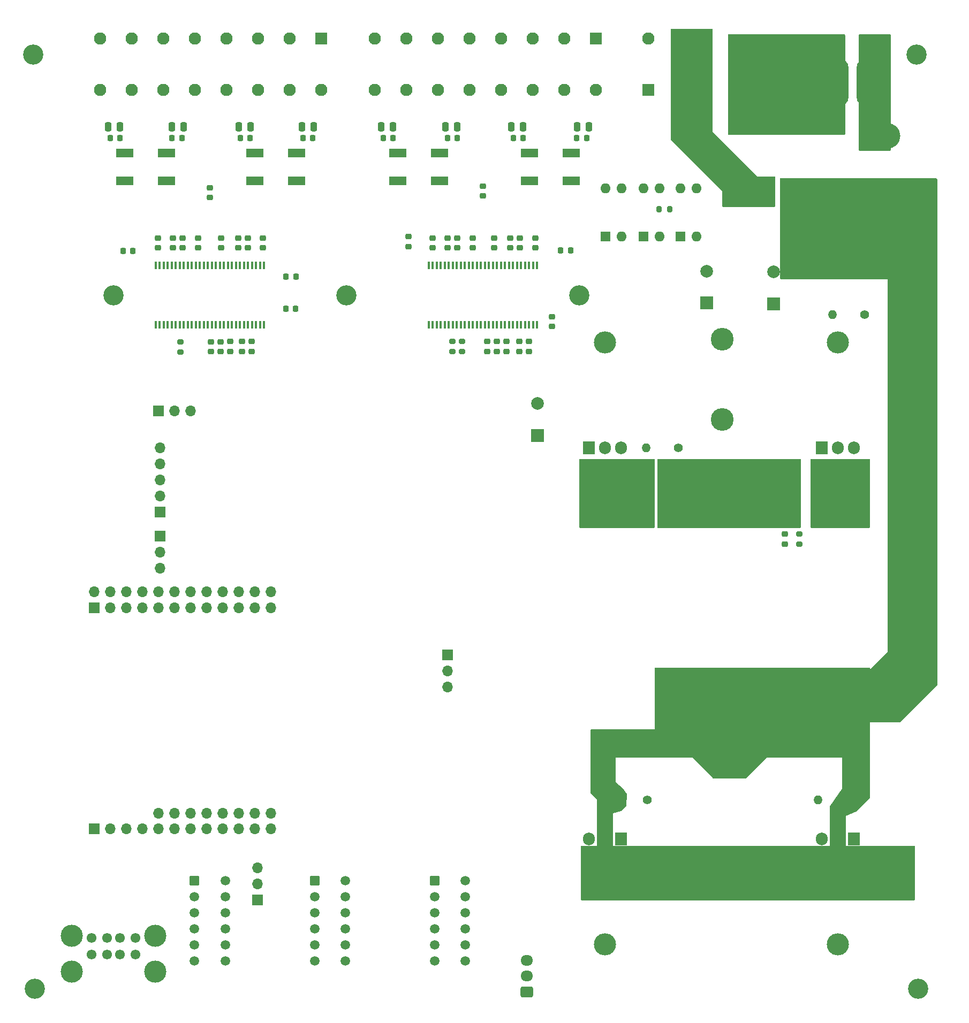
<source format=gbr>
%TF.GenerationSoftware,KiCad,Pcbnew,8.0.0-8.0.0-1~ubuntu22.04.1*%
%TF.CreationDate,2024-03-14T12:01:00+07:00*%
%TF.ProjectId,daw00,64617730-302e-46b6-9963-61645f706362,rev?*%
%TF.SameCoordinates,Original*%
%TF.FileFunction,Soldermask,Bot*%
%TF.FilePolarity,Negative*%
%FSLAX46Y46*%
G04 Gerber Fmt 4.6, Leading zero omitted, Abs format (unit mm)*
G04 Created by KiCad (PCBNEW 8.0.0-8.0.0-1~ubuntu22.04.1) date 2024-03-14 12:01:00*
%MOMM*%
%LPD*%
G01*
G04 APERTURE LIST*
G04 Aperture macros list*
%AMRoundRect*
0 Rectangle with rounded corners*
0 $1 Rounding radius*
0 $2 $3 $4 $5 $6 $7 $8 $9 X,Y pos of 4 corners*
0 Add a 4 corners polygon primitive as box body*
4,1,4,$2,$3,$4,$5,$6,$7,$8,$9,$2,$3,0*
0 Add four circle primitives for the rounded corners*
1,1,$1+$1,$2,$3*
1,1,$1+$1,$4,$5*
1,1,$1+$1,$6,$7*
1,1,$1+$1,$8,$9*
0 Add four rect primitives between the rounded corners*
20,1,$1+$1,$2,$3,$4,$5,0*
20,1,$1+$1,$4,$5,$6,$7,0*
20,1,$1+$1,$6,$7,$8,$9,0*
20,1,$1+$1,$8,$9,$2,$3,0*%
G04 Aperture macros list end*
%ADD10O,3.800000X8.000000*%
%ADD11RoundRect,0.102000X-0.654000X0.654000X-0.654000X-0.654000X0.654000X-0.654000X0.654000X0.654000X0*%
%ADD12C,1.512000*%
%ADD13C,3.200000*%
%ADD14R,1.600000X1.600000*%
%ADD15O,1.600000X1.600000*%
%ADD16C,3.600000*%
%ADD17C,2.500000*%
%ADD18C,1.400000*%
%ADD19O,1.400000X1.400000*%
%ADD20C,1.950000*%
%ADD21R,1.950000X1.950000*%
%ADD22R,2.000000X2.000000*%
%ADD23C,2.000000*%
%ADD24R,1.700000X1.700000*%
%ADD25O,1.700000X1.700000*%
%ADD26C,4.000000*%
%ADD27C,1.550000*%
%ADD28C,3.500000*%
%ADD29R,2.400000X2.400000*%
%ADD30C,2.400000*%
%ADD31R,3.000000X3.000000*%
%ADD32C,3.000000*%
%ADD33RoundRect,0.250000X0.725000X-0.600000X0.725000X0.600000X-0.725000X0.600000X-0.725000X-0.600000X0*%
%ADD34O,1.950000X1.700000*%
%ADD35R,2.800000X1.400000*%
%ADD36RoundRect,0.225000X-0.250000X0.225000X-0.250000X-0.225000X0.250000X-0.225000X0.250000X0.225000X0*%
%ADD37RoundRect,0.225000X-0.225000X-0.250000X0.225000X-0.250000X0.225000X0.250000X-0.225000X0.250000X0*%
%ADD38RoundRect,0.225000X0.225000X0.250000X-0.225000X0.250000X-0.225000X-0.250000X0.225000X-0.250000X0*%
%ADD39RoundRect,0.200000X-0.200000X-0.275000X0.200000X-0.275000X0.200000X0.275000X-0.200000X0.275000X0*%
%ADD40RoundRect,0.250000X0.250000X0.475000X-0.250000X0.475000X-0.250000X-0.475000X0.250000X-0.475000X0*%
%ADD41RoundRect,0.250000X-0.250000X-0.475000X0.250000X-0.475000X0.250000X0.475000X-0.250000X0.475000X0*%
%ADD42R,0.400000X1.200000*%
%ADD43RoundRect,0.200000X0.275000X-0.200000X0.275000X0.200000X-0.275000X0.200000X-0.275000X-0.200000X0*%
%ADD44RoundRect,0.225000X0.250000X-0.225000X0.250000X0.225000X-0.250000X0.225000X-0.250000X-0.225000X0*%
%ADD45O,3.500000X3.500000*%
%ADD46R,1.905000X2.000000*%
%ADD47O,1.905000X2.000000*%
%ADD48RoundRect,0.200000X-0.275000X0.200000X-0.275000X-0.200000X0.275000X-0.200000X0.275000X0.200000X0*%
G04 APERTURE END LIST*
D10*
%TO.C,F1*%
X132160000Y-9525000D03*
X137160000Y-9525000D03*
%TD*%
D11*
%TO.C,J12*%
X30594300Y-135819000D03*
D12*
X35445700Y-135819000D03*
X30594300Y-138359000D03*
X35445700Y-138359000D03*
X30594300Y-140899000D03*
X35445700Y-140899000D03*
X30594300Y-143439000D03*
X35445700Y-143439000D03*
X30594300Y-145979000D03*
X35445700Y-145979000D03*
X30594300Y-148519000D03*
X35445700Y-148519000D03*
%TD*%
D13*
%TO.C,REF\u002A\u002A*%
X144780000Y-5080000D03*
%TD*%
D14*
%TO.C,U16*%
X107424000Y-33899000D03*
D15*
X109964000Y-33899000D03*
X109964000Y-26279000D03*
X107424000Y-26279000D03*
%TD*%
D13*
%TO.C,REF\u002A\u002A*%
X17780000Y-43180000D03*
%TD*%
D16*
%TO.C,L19*%
X114046000Y-62860000D03*
X114046000Y-50160000D03*
%TD*%
D17*
%TO.C,TR1*%
X95161500Y-114081500D03*
X100161500Y-114081500D03*
X105161500Y-114081500D03*
X110161500Y-114081500D03*
X120231500Y-114081500D03*
X125161500Y-114081500D03*
X130161500Y-114081500D03*
X135161500Y-114081500D03*
X130161500Y-78081500D03*
X135161500Y-78081500D03*
X120231500Y-78081500D03*
X125161500Y-78081500D03*
X105161500Y-78081500D03*
X110161500Y-78081500D03*
X95161500Y-78081500D03*
X100161500Y-78081500D03*
X115161500Y-78081500D03*
X115161500Y-114081500D03*
%TD*%
D18*
%TO.C,R40*%
X136551200Y-46228000D03*
D19*
X131471200Y-46228000D03*
%TD*%
D13*
%TO.C,REF\u002A\u002A*%
X54610000Y-43180000D03*
%TD*%
%TO.C,REF\u002A\u002A*%
X5080000Y-5080000D03*
%TD*%
D20*
%TO.C,J6*%
X50640000Y-10740000D03*
D21*
X50640000Y-2540000D03*
D20*
X45640000Y-10740000D03*
X45640000Y-2540000D03*
X40640000Y-10740000D03*
X40640000Y-2540000D03*
X35640000Y-10740000D03*
X35640000Y-2540000D03*
X30640000Y-10740000D03*
X30640000Y-2540000D03*
X25640000Y-10740000D03*
X25640000Y-2540000D03*
X20640000Y-10740000D03*
X20640000Y-2540000D03*
X15640000Y-10740000D03*
X15640000Y-2540000D03*
%TD*%
D22*
%TO.C,C115*%
X122174000Y-44531677D03*
D23*
X122174000Y-39531677D03*
%TD*%
D24*
%TO.C,J13*%
X25146000Y-77526000D03*
D25*
X25146000Y-74986000D03*
X25146000Y-72446000D03*
X25146000Y-69906000D03*
X25146000Y-67366000D03*
%TD*%
D26*
%TO.C,L18*%
X140208000Y-17987000D03*
X140208000Y-28067000D03*
%TD*%
D27*
%TO.C,J2*%
X14280000Y-144939000D03*
X16780000Y-144939000D03*
X18780000Y-144939000D03*
X21280000Y-144939000D03*
X14280000Y-147559000D03*
X16780000Y-147559000D03*
X18780000Y-147559000D03*
X21280000Y-147559000D03*
D28*
X11210000Y-144589000D03*
X11210000Y-150269000D03*
X24350000Y-144589000D03*
X24350000Y-150269000D03*
%TD*%
D14*
%TO.C,U15*%
X101595000Y-33899000D03*
D15*
X104135000Y-33899000D03*
X104135000Y-26279000D03*
X101595000Y-26279000D03*
%TD*%
D13*
%TO.C,REF\u002A\u002A*%
X91440000Y-43180000D03*
%TD*%
D20*
%TO.C,J18*%
X94055000Y-10740000D03*
D21*
X94055000Y-2540000D03*
D20*
X89055000Y-10740000D03*
X89055000Y-2540000D03*
X84055000Y-10740000D03*
X84055000Y-2540000D03*
X79055000Y-10740000D03*
X79055000Y-2540000D03*
X74055000Y-10740000D03*
X74055000Y-2540000D03*
X69055000Y-10740000D03*
X69055000Y-2540000D03*
X64055000Y-10740000D03*
X64055000Y-2540000D03*
X59055000Y-10740000D03*
X59055000Y-2540000D03*
%TD*%
D29*
%TO.C,C107*%
X124852729Y-27940000D03*
D30*
X119852729Y-27940000D03*
%TD*%
D18*
%TO.C,R36*%
X102185000Y-123037600D03*
D19*
X97105000Y-123037600D03*
%TD*%
D18*
%TO.C,R37*%
X134239000Y-123063000D03*
D19*
X129159000Y-123063000D03*
%TD*%
D31*
%TO.C,J22*%
X117010000Y-16310000D03*
D32*
X117010000Y-3810000D03*
X109510000Y-16310000D03*
X109510000Y-3810000D03*
%TD*%
D22*
%TO.C,C114*%
X111587677Y-44404677D03*
D23*
X111587677Y-39404677D03*
%TD*%
D21*
%TO.C,J8*%
X102335000Y-10740000D03*
D20*
X102335000Y-2540000D03*
%TD*%
D24*
%TO.C,U12*%
X14732000Y-92639000D03*
D25*
X14732000Y-90099000D03*
X17272000Y-92639000D03*
X17272000Y-90099000D03*
X19812000Y-92639000D03*
X19812000Y-90099000D03*
X22352000Y-92639000D03*
X22352000Y-90099000D03*
X24892000Y-92639000D03*
X24892000Y-90099000D03*
X27432000Y-92639000D03*
X27432000Y-90099000D03*
X29972000Y-92639000D03*
X29972000Y-90099000D03*
X32512000Y-92639000D03*
X32512000Y-90099000D03*
X35052000Y-92639000D03*
X35052000Y-90099000D03*
X37592000Y-92639000D03*
X37592000Y-90099000D03*
X40132000Y-92639000D03*
X40132000Y-90099000D03*
X42672000Y-92639000D03*
X42672000Y-90099000D03*
D24*
X14732000Y-127618000D03*
D25*
X17272000Y-127618000D03*
X19812000Y-127618000D03*
X22352000Y-127618000D03*
X24892000Y-127618000D03*
X27432000Y-127618000D03*
X29972000Y-127618000D03*
X32512000Y-127618000D03*
X35052000Y-127618000D03*
X37592000Y-127618000D03*
X40132000Y-127618000D03*
X42672000Y-127618000D03*
X24892000Y-125151000D03*
X27432000Y-125151000D03*
X29972000Y-125151000D03*
X32512000Y-125151000D03*
X35052000Y-125151000D03*
X37592000Y-125151000D03*
X40132000Y-125151000D03*
X42672000Y-125151000D03*
%TD*%
D14*
%TO.C,U5*%
X95626000Y-33899000D03*
D15*
X98166000Y-33899000D03*
X98166000Y-26279000D03*
X95626000Y-26279000D03*
%TD*%
D24*
%TO.C,J3*%
X40513000Y-138867000D03*
D25*
X40513000Y-136327000D03*
X40513000Y-133787000D03*
%TD*%
D13*
%TO.C,REF\u002A\u002A*%
X145034000Y-152908000D03*
%TD*%
D11*
%TO.C,J20*%
X68580000Y-135819000D03*
D12*
X73431400Y-135819000D03*
X68580000Y-138359000D03*
X73431400Y-138359000D03*
X68580000Y-140899000D03*
X73431400Y-140899000D03*
X68580000Y-143439000D03*
X73431400Y-143439000D03*
X68580000Y-145979000D03*
X73431400Y-145979000D03*
X68580000Y-148519000D03*
X73431400Y-148519000D03*
%TD*%
D11*
%TO.C,J19*%
X49587150Y-135819000D03*
D12*
X54438550Y-135819000D03*
X49587150Y-138359000D03*
X54438550Y-138359000D03*
X49587150Y-140899000D03*
X54438550Y-140899000D03*
X49587150Y-143439000D03*
X54438550Y-143439000D03*
X49587150Y-145979000D03*
X54438550Y-145979000D03*
X49587150Y-148519000D03*
X54438550Y-148519000D03*
%TD*%
D22*
%TO.C,C113*%
X84836000Y-65359677D03*
D23*
X84836000Y-60359677D03*
%TD*%
D24*
%TO.C,J4*%
X70612000Y-100076000D03*
D25*
X70612000Y-102616000D03*
X70612000Y-105156000D03*
%TD*%
D24*
%TO.C,J21*%
X24892000Y-61468000D03*
D25*
X27432000Y-61468000D03*
X29972000Y-61468000D03*
%TD*%
D24*
%TO.C,J7*%
X25146000Y-81336000D03*
D25*
X25146000Y-83876000D03*
X25146000Y-86416000D03*
%TD*%
D18*
%TO.C,R38*%
X107138000Y-67310000D03*
D19*
X102058000Y-67310000D03*
%TD*%
D29*
%TO.C,C108*%
X142494000Y-38354000D03*
D30*
X137494000Y-38354000D03*
%TD*%
D33*
%TO.C,J15*%
X83139000Y-153416000D03*
D34*
X83139000Y-150916000D03*
X83139000Y-148416000D03*
%TD*%
D13*
%TO.C,REF\u002A\u002A*%
X5334000Y-152908000D03*
%TD*%
D35*
%TO.C,L11*%
X83566000Y-25060000D03*
X83566000Y-20660000D03*
%TD*%
D36*
%TO.C,C11*%
X38100000Y-50533000D03*
X38100000Y-52083000D03*
%TD*%
D37*
%TO.C,C95*%
X81013000Y-18288000D03*
X82563000Y-18288000D03*
%TD*%
D36*
%TO.C,C68*%
X78359000Y-50533000D03*
X78359000Y-52083000D03*
%TD*%
%TO.C,C25*%
X37465000Y-34163000D03*
X37465000Y-35713000D03*
%TD*%
D38*
%TO.C,C72*%
X90043000Y-36068000D03*
X88493000Y-36068000D03*
%TD*%
D39*
%TO.C,R18*%
X104077000Y-29591000D03*
X105727000Y-29591000D03*
%TD*%
D40*
%TO.C,C31*%
X49464000Y-16510000D03*
X47564000Y-16510000D03*
%TD*%
D41*
%TO.C,C36*%
X26990000Y-16510000D03*
X28890000Y-16510000D03*
%TD*%
D42*
%TO.C,U8*%
X84772500Y-47880000D03*
X84137500Y-47880000D03*
X83502500Y-47880000D03*
X82867500Y-47880000D03*
X82232500Y-47880000D03*
X81597500Y-47880000D03*
X80962500Y-47880000D03*
X80327500Y-47880000D03*
X79692500Y-47880000D03*
X79057500Y-47880000D03*
X78422500Y-47880000D03*
X77787500Y-47880000D03*
X77152500Y-47880000D03*
X76517500Y-47880000D03*
X75882500Y-47880000D03*
X75247500Y-47880000D03*
X74612500Y-47880000D03*
X73977500Y-47880000D03*
X73342500Y-47880000D03*
X72707500Y-47880000D03*
X72072500Y-47880000D03*
X71437500Y-47880000D03*
X70802500Y-47880000D03*
X70167500Y-47880000D03*
X69532500Y-47880000D03*
X68897500Y-47880000D03*
X68262500Y-47880000D03*
X67627500Y-47880000D03*
X67627500Y-38480000D03*
X68262500Y-38480000D03*
X68897500Y-38480000D03*
X69532500Y-38480000D03*
X70167500Y-38480000D03*
X70802500Y-38480000D03*
X71437500Y-38480000D03*
X72072500Y-38480000D03*
X72707500Y-38480000D03*
X73342500Y-38480000D03*
X73977500Y-38480000D03*
X74612500Y-38480000D03*
X75247500Y-38480000D03*
X75882500Y-38480000D03*
X76517500Y-38480000D03*
X77152500Y-38480000D03*
X77787500Y-38480000D03*
X78422500Y-38480000D03*
X79057500Y-38480000D03*
X79692500Y-38480000D03*
X80327500Y-38480000D03*
X80962500Y-38480000D03*
X81597500Y-38480000D03*
X82232500Y-38480000D03*
X82867500Y-38480000D03*
X83502500Y-38480000D03*
X84137500Y-38480000D03*
X84772500Y-38480000D03*
%TD*%
D36*
%TO.C,C81*%
X74549000Y-34150000D03*
X74549000Y-35700000D03*
%TD*%
D43*
%TO.C,R4*%
X72898000Y-52120800D03*
X72898000Y-50470800D03*
%TD*%
D44*
%TO.C,C80*%
X77978000Y-35700000D03*
X77978000Y-34150000D03*
%TD*%
D43*
%TO.C,R39*%
X126268000Y-82613000D03*
X126268000Y-80963000D03*
%TD*%
D36*
%TO.C,C65*%
X83439000Y-50533000D03*
X83439000Y-52083000D03*
%TD*%
D40*
%TO.C,C38*%
X18796000Y-16510000D03*
X16896000Y-16510000D03*
%TD*%
D43*
%TO.C,R5*%
X71374000Y-52133000D03*
X71374000Y-50483000D03*
%TD*%
D36*
%TO.C,C29*%
X27178000Y-34150000D03*
X27178000Y-35700000D03*
%TD*%
D45*
%TO.C,VT2*%
X95466500Y-145895500D03*
D46*
X98006500Y-129235500D03*
D47*
X95466500Y-129235500D03*
X92926500Y-129235500D03*
%TD*%
D36*
%TO.C,C66*%
X81915000Y-50533000D03*
X81915000Y-52083000D03*
%TD*%
D35*
%TO.C,L3*%
X40132000Y-25060000D03*
X40132000Y-20660000D03*
%TD*%
D36*
%TO.C,C27*%
X31115000Y-34150000D03*
X31115000Y-35700000D03*
%TD*%
D44*
%TO.C,C22*%
X33020000Y-27748000D03*
X33020000Y-26198000D03*
%TD*%
D38*
%TO.C,C15*%
X46580000Y-45339000D03*
X45030000Y-45339000D03*
%TD*%
D35*
%TO.C,L14*%
X69342000Y-25060000D03*
X69342000Y-20660000D03*
%TD*%
D38*
%TO.C,C100*%
X61976000Y-18288000D03*
X60426000Y-18288000D03*
%TD*%
D36*
%TO.C,C112*%
X123982000Y-81013000D03*
X123982000Y-82563000D03*
%TD*%
D45*
%TO.C,VT3*%
X132296500Y-145895500D03*
D46*
X134836500Y-129235500D03*
D47*
X132296500Y-129235500D03*
X129756500Y-129235500D03*
%TD*%
D44*
%TO.C,C76*%
X76200000Y-27458000D03*
X76200000Y-25908000D03*
%TD*%
%TO.C,C26*%
X34798000Y-35700000D03*
X34798000Y-34150000D03*
%TD*%
D36*
%TO.C,C83*%
X70612000Y-34163000D03*
X70612000Y-35713000D03*
%TD*%
D37*
%TO.C,C44*%
X27038000Y-18288000D03*
X28588000Y-18288000D03*
%TD*%
%TO.C,C41*%
X37820000Y-18288000D03*
X39370000Y-18288000D03*
%TD*%
D36*
%TO.C,C69*%
X76835000Y-50533000D03*
X76835000Y-52083000D03*
%TD*%
D38*
%TO.C,C93*%
X92583000Y-18288000D03*
X91033000Y-18288000D03*
%TD*%
D44*
%TO.C,C78*%
X82042000Y-35700000D03*
X82042000Y-34150000D03*
%TD*%
%TO.C,C84*%
X68199000Y-35700000D03*
X68199000Y-34150000D03*
%TD*%
D37*
%TO.C,C98*%
X70586000Y-18288000D03*
X72136000Y-18288000D03*
%TD*%
D36*
%TO.C,C67*%
X79883000Y-50520000D03*
X79883000Y-52070000D03*
%TD*%
D41*
%TO.C,C90*%
X70236000Y-16510000D03*
X72136000Y-16510000D03*
%TD*%
D40*
%TO.C,C85*%
X92964000Y-16510000D03*
X91064000Y-16510000D03*
%TD*%
%TO.C,C92*%
X61976000Y-16510000D03*
X60076000Y-16510000D03*
%TD*%
D41*
%TO.C,C33*%
X37592000Y-16510000D03*
X39492000Y-16510000D03*
%TD*%
D36*
%TO.C,C77*%
X84455000Y-34137000D03*
X84455000Y-35687000D03*
%TD*%
D44*
%TO.C,C82*%
X72136000Y-35700000D03*
X72136000Y-34150000D03*
%TD*%
D42*
%TO.C,U4*%
X41592500Y-47880000D03*
X40957500Y-47880000D03*
X40322500Y-47880000D03*
X39687500Y-47880000D03*
X39052500Y-47880000D03*
X38417500Y-47880000D03*
X37782500Y-47880000D03*
X37147500Y-47880000D03*
X36512500Y-47880000D03*
X35877500Y-47880000D03*
X35242500Y-47880000D03*
X34607500Y-47880000D03*
X33972500Y-47880000D03*
X33337500Y-47880000D03*
X32702500Y-47880000D03*
X32067500Y-47880000D03*
X31432500Y-47880000D03*
X30797500Y-47880000D03*
X30162500Y-47880000D03*
X29527500Y-47880000D03*
X28892500Y-47880000D03*
X28257500Y-47880000D03*
X27622500Y-47880000D03*
X26987500Y-47880000D03*
X26352500Y-47880000D03*
X25717500Y-47880000D03*
X25082500Y-47880000D03*
X24447500Y-47880000D03*
X24447500Y-38480000D03*
X25082500Y-38480000D03*
X25717500Y-38480000D03*
X26352500Y-38480000D03*
X26987500Y-38480000D03*
X27622500Y-38480000D03*
X28257500Y-38480000D03*
X28892500Y-38480000D03*
X29527500Y-38480000D03*
X30162500Y-38480000D03*
X30797500Y-38480000D03*
X31432500Y-38480000D03*
X32067500Y-38480000D03*
X32702500Y-38480000D03*
X33337500Y-38480000D03*
X33972500Y-38480000D03*
X34607500Y-38480000D03*
X35242500Y-38480000D03*
X35877500Y-38480000D03*
X36512500Y-38480000D03*
X37147500Y-38480000D03*
X37782500Y-38480000D03*
X38417500Y-38480000D03*
X39052500Y-38480000D03*
X39687500Y-38480000D03*
X40322500Y-38480000D03*
X40957500Y-38480000D03*
X41592500Y-38480000D03*
%TD*%
D38*
%TO.C,C46*%
X18796000Y-18288000D03*
X17246000Y-18288000D03*
%TD*%
D36*
%TO.C,C10*%
X39624000Y-50533000D03*
X39624000Y-52083000D03*
%TD*%
%TO.C,C14*%
X33147000Y-50546000D03*
X33147000Y-52096000D03*
%TD*%
%TO.C,C73*%
X64414400Y-33921400D03*
X64414400Y-35471400D03*
%TD*%
%TO.C,C79*%
X80518000Y-34150000D03*
X80518000Y-35700000D03*
%TD*%
D45*
%TO.C,VD9*%
X132334000Y-50650000D03*
D46*
X129794000Y-67310000D03*
D47*
X132334000Y-67310000D03*
X134874000Y-67310000D03*
%TD*%
D35*
%TO.C,L16*%
X62738000Y-25060000D03*
X62738000Y-20660000D03*
%TD*%
D38*
%TO.C,C18*%
X46622000Y-40259000D03*
X45072000Y-40259000D03*
%TD*%
D44*
%TO.C,C70*%
X87122000Y-48159000D03*
X87122000Y-46609000D03*
%TD*%
D36*
%TO.C,C12*%
X36195000Y-50533000D03*
X36195000Y-52083000D03*
%TD*%
D44*
%TO.C,C24*%
X38989000Y-35700000D03*
X38989000Y-34150000D03*
%TD*%
D35*
%TO.C,L6*%
X26162000Y-25060000D03*
X26162000Y-20660000D03*
%TD*%
D38*
%TO.C,C39*%
X49276000Y-18288000D03*
X47726000Y-18288000D03*
%TD*%
D44*
%TO.C,C28*%
X28702000Y-35713000D03*
X28702000Y-34163000D03*
%TD*%
D48*
%TO.C,R22*%
X28321000Y-50546000D03*
X28321000Y-52196000D03*
%TD*%
D41*
%TO.C,C87*%
X80650000Y-16510000D03*
X82550000Y-16510000D03*
%TD*%
D37*
%TO.C,C19*%
X19304000Y-36195000D03*
X20854000Y-36195000D03*
%TD*%
D36*
%TO.C,C23*%
X41402000Y-34150000D03*
X41402000Y-35700000D03*
%TD*%
D45*
%TO.C,VD8*%
X95504000Y-50650000D03*
D46*
X92964000Y-67310000D03*
D47*
X95504000Y-67310000D03*
X98044000Y-67310000D03*
%TD*%
D35*
%TO.C,L9*%
X90170000Y-25060000D03*
X90170000Y-20660000D03*
%TD*%
%TO.C,L1*%
X46736000Y-25060000D03*
X46736000Y-20660000D03*
%TD*%
D36*
%TO.C,C13*%
X34671000Y-50546000D03*
X34671000Y-52096000D03*
%TD*%
D44*
%TO.C,C30*%
X24765000Y-35687000D03*
X24765000Y-34137000D03*
%TD*%
D35*
%TO.C,L8*%
X19558000Y-25060000D03*
X19558000Y-20660000D03*
%TD*%
G36*
X112465039Y-1035685D02*
G01*
X112510794Y-1088489D01*
X112522000Y-1140000D01*
X112522000Y-17272000D01*
X119634000Y-24384000D01*
X122304000Y-24384000D01*
X122371039Y-24403685D01*
X122416794Y-24456489D01*
X122428000Y-24508000D01*
X122428000Y-29086000D01*
X122408315Y-29153039D01*
X122355511Y-29198794D01*
X122304000Y-29210000D01*
X114170000Y-29210000D01*
X114102961Y-29190315D01*
X114057206Y-29137511D01*
X114046000Y-29086000D01*
X114046000Y-26670000D01*
X105954319Y-18578319D01*
X105920834Y-18516996D01*
X105918000Y-18490638D01*
X105918000Y-1140000D01*
X105937685Y-1072961D01*
X105990489Y-1027206D01*
X106042000Y-1016000D01*
X112398000Y-1016000D01*
X112465039Y-1035685D01*
G37*
G36*
X96717039Y-130071685D02*
G01*
X96762794Y-130124489D01*
X96774000Y-130176000D01*
X96774000Y-130302000D01*
X131064000Y-130302000D01*
X131064000Y-130176000D01*
X131083685Y-130108961D01*
X131136489Y-130063206D01*
X131188000Y-130052000D01*
X133480000Y-130052000D01*
X133547039Y-130071685D01*
X133592794Y-130124489D01*
X133604000Y-130176000D01*
X133604000Y-130302000D01*
X144402000Y-130302000D01*
X144469039Y-130321685D01*
X144514794Y-130374489D01*
X144526000Y-130426000D01*
X144526000Y-138814000D01*
X144506315Y-138881039D01*
X144453511Y-138926794D01*
X144402000Y-138938000D01*
X91818000Y-138938000D01*
X91750961Y-138918315D01*
X91705206Y-138865511D01*
X91694000Y-138814000D01*
X91694000Y-130426000D01*
X91713685Y-130358961D01*
X91766489Y-130313206D01*
X91818000Y-130302000D01*
X94233923Y-130302000D01*
X94233847Y-130176075D01*
X94253491Y-130109024D01*
X94306267Y-130063237D01*
X94357847Y-130052000D01*
X96650000Y-130052000D01*
X96717039Y-130071685D01*
G37*
G36*
X103321039Y-69107685D02*
G01*
X103366794Y-69160489D01*
X103378000Y-69212000D01*
X103378000Y-79886000D01*
X103358315Y-79953039D01*
X103305511Y-79998794D01*
X103254000Y-80010000D01*
X91564000Y-80010000D01*
X91496961Y-79990315D01*
X91451206Y-79937511D01*
X91440000Y-79886000D01*
X91440000Y-69212000D01*
X91459685Y-69144961D01*
X91512489Y-69099206D01*
X91564000Y-69088000D01*
X103254000Y-69088000D01*
X103321039Y-69107685D01*
G37*
G36*
X126435039Y-69107685D02*
G01*
X126480794Y-69160489D01*
X126492000Y-69212000D01*
X126492000Y-79886000D01*
X126472315Y-79953039D01*
X126419511Y-79998794D01*
X126368000Y-80010000D01*
X103883000Y-80010000D01*
X103815961Y-79990315D01*
X103770206Y-79937511D01*
X103759000Y-79886000D01*
X103759000Y-69212000D01*
X103778685Y-69144961D01*
X103831489Y-69099206D01*
X103883000Y-69088000D01*
X126368000Y-69088000D01*
X126435039Y-69107685D01*
G37*
G36*
X133420039Y-1924685D02*
G01*
X133465794Y-1977489D01*
X133477000Y-2029000D01*
X133477000Y-17656000D01*
X133457315Y-17723039D01*
X133404511Y-17768794D01*
X133353000Y-17780000D01*
X115059000Y-17780000D01*
X114991961Y-17760315D01*
X114946206Y-17707511D01*
X114935000Y-17656000D01*
X114935000Y-2029000D01*
X114954685Y-1961961D01*
X115007489Y-1916206D01*
X115059000Y-1905000D01*
X133353000Y-1905000D01*
X133420039Y-1924685D01*
G37*
G36*
X137357039Y-69107685D02*
G01*
X137402794Y-69160489D01*
X137414000Y-69212000D01*
X137414000Y-79886000D01*
X137394315Y-79953039D01*
X137341511Y-79998794D01*
X137290000Y-80010000D01*
X128140000Y-80010000D01*
X128072961Y-79990315D01*
X128027206Y-79937511D01*
X128016000Y-79886000D01*
X128016000Y-69212000D01*
X128035685Y-69144961D01*
X128088489Y-69099206D01*
X128140000Y-69088000D01*
X137290000Y-69088000D01*
X137357039Y-69107685D01*
G37*
G36*
X137357039Y-102127685D02*
G01*
X137402794Y-102180489D01*
X137414000Y-102232000D01*
X137414000Y-102361998D01*
X137452318Y-102323681D01*
X137513641Y-102290196D01*
X137583333Y-102295180D01*
X137639267Y-102337051D01*
X137663684Y-102402515D01*
X137664000Y-102411362D01*
X137664000Y-110620000D01*
X137644315Y-110687039D01*
X137591511Y-110732794D01*
X137540000Y-110744000D01*
X137414000Y-110744000D01*
X137414000Y-122755737D01*
X137394315Y-122822776D01*
X137375371Y-122845669D01*
X135214182Y-124897241D01*
X135178102Y-124921091D01*
X133604000Y-125603000D01*
X133604000Y-130302000D01*
X133728168Y-130302000D01*
X133795207Y-130321685D01*
X133840962Y-130374489D01*
X133850906Y-130443647D01*
X133849785Y-130450193D01*
X133839781Y-130500482D01*
X133821267Y-130545179D01*
X133794481Y-130585268D01*
X133760268Y-130619481D01*
X133720179Y-130646267D01*
X133675482Y-130664781D01*
X133615982Y-130676617D01*
X133591789Y-130679000D01*
X131076211Y-130679000D01*
X131052019Y-130676617D01*
X130992518Y-130664781D01*
X130947820Y-130646267D01*
X130907731Y-130619481D01*
X130873518Y-130585268D01*
X130846732Y-130545179D01*
X130828218Y-130500480D01*
X130818215Y-130450191D01*
X130824442Y-130380599D01*
X130867305Y-130325422D01*
X130933195Y-130302178D01*
X130939832Y-130302000D01*
X131064000Y-130302000D01*
X131064000Y-124117250D01*
X131083685Y-124050211D01*
X131085548Y-124047396D01*
X132969000Y-121284999D01*
X132969000Y-116332000D01*
X121030999Y-116332000D01*
X117892591Y-119595945D01*
X117831936Y-119630626D01*
X117803208Y-119634000D01*
X112574792Y-119634000D01*
X112507753Y-119614315D01*
X112485409Y-119595945D01*
X109347001Y-116332000D01*
X97155000Y-116332000D01*
X97155000Y-120267816D01*
X98285085Y-121210361D01*
X98307578Y-121234953D01*
X98935953Y-122141610D01*
X98957962Y-122207922D01*
X98958018Y-122214393D01*
X98928793Y-123900099D01*
X98907950Y-123966788D01*
X98896352Y-123981594D01*
X98138147Y-124811371D01*
X98079208Y-124847365D01*
X96774000Y-125203035D01*
X96774000Y-130302000D01*
X96898168Y-130302000D01*
X96965207Y-130321685D01*
X97010962Y-130374489D01*
X97020906Y-130443647D01*
X97019785Y-130450193D01*
X97009781Y-130500482D01*
X96991267Y-130545179D01*
X96964481Y-130585268D01*
X96930268Y-130619481D01*
X96890179Y-130646267D01*
X96845482Y-130664781D01*
X96785982Y-130676617D01*
X96761789Y-130679000D01*
X94246211Y-130679000D01*
X94222019Y-130676617D01*
X94162518Y-130664781D01*
X94117820Y-130646267D01*
X94077731Y-130619481D01*
X94043519Y-130585269D01*
X94016722Y-130545165D01*
X93998214Y-130500500D01*
X93988199Y-130450226D01*
X93994406Y-130380632D01*
X94037254Y-130325443D01*
X94103137Y-130302180D01*
X94109809Y-130302000D01*
X94233923Y-130302000D01*
X94229550Y-123062999D01*
X93249142Y-121955188D01*
X93219454Y-121891940D01*
X93218000Y-121873009D01*
X93218000Y-112011000D01*
X93237685Y-111943961D01*
X93290489Y-111898206D01*
X93342000Y-111887000D01*
X103378000Y-111887000D01*
X103378000Y-102232000D01*
X103397685Y-102164961D01*
X103450489Y-102119206D01*
X103502000Y-102108000D01*
X137290000Y-102108000D01*
X137357039Y-102127685D01*
G37*
G36*
X140659039Y-1924685D02*
G01*
X140704794Y-1977489D01*
X140716000Y-2029000D01*
X140716000Y-20196000D01*
X140696315Y-20263039D01*
X140643511Y-20308794D01*
X140592000Y-20320000D01*
X135760000Y-20320000D01*
X135692961Y-20300315D01*
X135647206Y-20247511D01*
X135636000Y-20196000D01*
X135636000Y-2029000D01*
X135655685Y-1961961D01*
X135708489Y-1916206D01*
X135760000Y-1905000D01*
X140592000Y-1905000D01*
X140659039Y-1924685D01*
G37*
G36*
X147843677Y-24657685D02*
G01*
X147864319Y-24674319D01*
X148045681Y-24855681D01*
X148079166Y-24917004D01*
X148082000Y-24943362D01*
X148082000Y-104850638D01*
X148062315Y-104917677D01*
X148045681Y-104938319D01*
X142276319Y-110707681D01*
X142214996Y-110741166D01*
X142188638Y-110744000D01*
X137414000Y-110744000D01*
X137413103Y-110744896D01*
X137394315Y-110808882D01*
X137341511Y-110854637D01*
X137272353Y-110864581D01*
X137208797Y-110835556D01*
X137171023Y-110776778D01*
X137168383Y-110766036D01*
X137166383Y-110755982D01*
X137164000Y-110731789D01*
X137164000Y-102374210D01*
X137166383Y-102350017D01*
X137168383Y-102339963D01*
X137200769Y-102278053D01*
X137261485Y-102243479D01*
X137331254Y-102247220D01*
X137387926Y-102288087D01*
X137413507Y-102353105D01*
X137413901Y-102361959D01*
X137414000Y-102362000D01*
X140207999Y-99568000D01*
X140208000Y-99567999D01*
X140208000Y-40640000D01*
X123314000Y-40640000D01*
X123246961Y-40620315D01*
X123201206Y-40567511D01*
X123190000Y-40516000D01*
X123190000Y-24762000D01*
X123209685Y-24694961D01*
X123262489Y-24649206D01*
X123314000Y-24638000D01*
X147776638Y-24638000D01*
X147843677Y-24657685D01*
G37*
M02*

</source>
